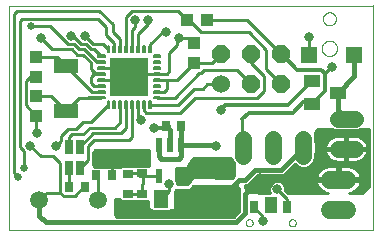
<source format=gtl>
G75*
%MOIN*%
%OFA0B0*%
%FSLAX25Y25*%
%IPPOS*%
%LPD*%
%AMOC8*
5,1,8,0,0,1.08239X$1,22.5*
%
%ADD10C,0.00000*%
%ADD11C,0.05600*%
%ADD12R,0.03937X0.04331*%
%ADD13R,0.04331X0.03937*%
%ADD14R,0.09449X0.05512*%
%ADD15R,0.03543X0.02756*%
%ADD16R,0.05118X0.06299*%
%ADD17C,0.06000*%
%ADD18OC8,0.06000*%
%ADD19R,0.05512X0.05512*%
%ADD20R,0.05512X0.03937*%
%ADD21R,0.02756X0.03543*%
%ADD22C,0.00591*%
%ADD23R,0.12598X0.12598*%
%ADD24R,0.07874X0.05118*%
%ADD25C,0.05937*%
%ADD26C,0.05937*%
%ADD27R,0.02165X0.04724*%
%ADD28R,0.02559X0.04724*%
%ADD29R,0.02756X0.04331*%
%ADD30R,0.04331X0.05512*%
%ADD31C,0.03169*%
%ADD32C,0.01000*%
%ADD33C,0.01200*%
%ADD34C,0.01600*%
%ADD35C,0.02578*%
D10*
X0030649Y0017263D02*
X0030649Y0092177D01*
X0152011Y0092177D01*
X0152011Y0092208D01*
X0152011Y0092177D02*
X0152011Y0017263D01*
X0152011Y0017247D01*
X0152011Y0017263D02*
X0030649Y0017263D01*
X0109471Y0019767D02*
X0109473Y0019836D01*
X0109479Y0019904D01*
X0109489Y0019972D01*
X0109503Y0020039D01*
X0109521Y0020106D01*
X0109542Y0020171D01*
X0109568Y0020235D01*
X0109597Y0020297D01*
X0109629Y0020357D01*
X0109665Y0020416D01*
X0109705Y0020472D01*
X0109747Y0020526D01*
X0109793Y0020577D01*
X0109842Y0020626D01*
X0109893Y0020672D01*
X0109947Y0020714D01*
X0110003Y0020754D01*
X0110061Y0020790D01*
X0110122Y0020822D01*
X0110184Y0020851D01*
X0110248Y0020877D01*
X0110313Y0020898D01*
X0110380Y0020916D01*
X0110447Y0020930D01*
X0110515Y0020940D01*
X0110583Y0020946D01*
X0110652Y0020948D01*
X0110721Y0020946D01*
X0110789Y0020940D01*
X0110857Y0020930D01*
X0110924Y0020916D01*
X0110991Y0020898D01*
X0111056Y0020877D01*
X0111120Y0020851D01*
X0111182Y0020822D01*
X0111242Y0020790D01*
X0111301Y0020754D01*
X0111357Y0020714D01*
X0111411Y0020672D01*
X0111462Y0020626D01*
X0111511Y0020577D01*
X0111557Y0020526D01*
X0111599Y0020472D01*
X0111639Y0020416D01*
X0111675Y0020357D01*
X0111707Y0020297D01*
X0111736Y0020235D01*
X0111762Y0020171D01*
X0111783Y0020106D01*
X0111801Y0020039D01*
X0111815Y0019972D01*
X0111825Y0019904D01*
X0111831Y0019836D01*
X0111833Y0019767D01*
X0111831Y0019698D01*
X0111825Y0019630D01*
X0111815Y0019562D01*
X0111801Y0019495D01*
X0111783Y0019428D01*
X0111762Y0019363D01*
X0111736Y0019299D01*
X0111707Y0019237D01*
X0111675Y0019176D01*
X0111639Y0019118D01*
X0111599Y0019062D01*
X0111557Y0019008D01*
X0111511Y0018957D01*
X0111462Y0018908D01*
X0111411Y0018862D01*
X0111357Y0018820D01*
X0111301Y0018780D01*
X0111243Y0018744D01*
X0111182Y0018712D01*
X0111120Y0018683D01*
X0111056Y0018657D01*
X0110991Y0018636D01*
X0110924Y0018618D01*
X0110857Y0018604D01*
X0110789Y0018594D01*
X0110721Y0018588D01*
X0110652Y0018586D01*
X0110583Y0018588D01*
X0110515Y0018594D01*
X0110447Y0018604D01*
X0110380Y0018618D01*
X0110313Y0018636D01*
X0110248Y0018657D01*
X0110184Y0018683D01*
X0110122Y0018712D01*
X0110061Y0018744D01*
X0110003Y0018780D01*
X0109947Y0018820D01*
X0109893Y0018862D01*
X0109842Y0018908D01*
X0109793Y0018957D01*
X0109747Y0019008D01*
X0109705Y0019062D01*
X0109665Y0019118D01*
X0109629Y0019176D01*
X0109597Y0019237D01*
X0109568Y0019299D01*
X0109542Y0019363D01*
X0109521Y0019428D01*
X0109503Y0019495D01*
X0109489Y0019562D01*
X0109479Y0019630D01*
X0109473Y0019698D01*
X0109471Y0019767D01*
X0123842Y0019767D02*
X0123844Y0019836D01*
X0123850Y0019904D01*
X0123860Y0019972D01*
X0123874Y0020039D01*
X0123892Y0020106D01*
X0123913Y0020171D01*
X0123939Y0020235D01*
X0123968Y0020297D01*
X0124000Y0020357D01*
X0124036Y0020416D01*
X0124076Y0020472D01*
X0124118Y0020526D01*
X0124164Y0020577D01*
X0124213Y0020626D01*
X0124264Y0020672D01*
X0124318Y0020714D01*
X0124374Y0020754D01*
X0124432Y0020790D01*
X0124493Y0020822D01*
X0124555Y0020851D01*
X0124619Y0020877D01*
X0124684Y0020898D01*
X0124751Y0020916D01*
X0124818Y0020930D01*
X0124886Y0020940D01*
X0124954Y0020946D01*
X0125023Y0020948D01*
X0125092Y0020946D01*
X0125160Y0020940D01*
X0125228Y0020930D01*
X0125295Y0020916D01*
X0125362Y0020898D01*
X0125427Y0020877D01*
X0125491Y0020851D01*
X0125553Y0020822D01*
X0125613Y0020790D01*
X0125672Y0020754D01*
X0125728Y0020714D01*
X0125782Y0020672D01*
X0125833Y0020626D01*
X0125882Y0020577D01*
X0125928Y0020526D01*
X0125970Y0020472D01*
X0126010Y0020416D01*
X0126046Y0020357D01*
X0126078Y0020297D01*
X0126107Y0020235D01*
X0126133Y0020171D01*
X0126154Y0020106D01*
X0126172Y0020039D01*
X0126186Y0019972D01*
X0126196Y0019904D01*
X0126202Y0019836D01*
X0126204Y0019767D01*
X0126202Y0019698D01*
X0126196Y0019630D01*
X0126186Y0019562D01*
X0126172Y0019495D01*
X0126154Y0019428D01*
X0126133Y0019363D01*
X0126107Y0019299D01*
X0126078Y0019237D01*
X0126046Y0019176D01*
X0126010Y0019118D01*
X0125970Y0019062D01*
X0125928Y0019008D01*
X0125882Y0018957D01*
X0125833Y0018908D01*
X0125782Y0018862D01*
X0125728Y0018820D01*
X0125672Y0018780D01*
X0125614Y0018744D01*
X0125553Y0018712D01*
X0125491Y0018683D01*
X0125427Y0018657D01*
X0125362Y0018636D01*
X0125295Y0018618D01*
X0125228Y0018604D01*
X0125160Y0018594D01*
X0125092Y0018588D01*
X0125023Y0018586D01*
X0124954Y0018588D01*
X0124886Y0018594D01*
X0124818Y0018604D01*
X0124751Y0018618D01*
X0124684Y0018636D01*
X0124619Y0018657D01*
X0124555Y0018683D01*
X0124493Y0018712D01*
X0124432Y0018744D01*
X0124374Y0018780D01*
X0124318Y0018820D01*
X0124264Y0018862D01*
X0124213Y0018908D01*
X0124164Y0018957D01*
X0124118Y0019008D01*
X0124076Y0019062D01*
X0124036Y0019118D01*
X0124000Y0019176D01*
X0123968Y0019237D01*
X0123939Y0019299D01*
X0123913Y0019363D01*
X0123892Y0019428D01*
X0123874Y0019495D01*
X0123860Y0019562D01*
X0123850Y0019630D01*
X0123844Y0019698D01*
X0123842Y0019767D01*
X0134874Y0077905D02*
X0134876Y0078006D01*
X0134882Y0078107D01*
X0134892Y0078208D01*
X0134906Y0078308D01*
X0134924Y0078407D01*
X0134946Y0078506D01*
X0134971Y0078604D01*
X0135001Y0078701D01*
X0135034Y0078796D01*
X0135071Y0078890D01*
X0135112Y0078983D01*
X0135156Y0079074D01*
X0135204Y0079163D01*
X0135256Y0079250D01*
X0135311Y0079335D01*
X0135369Y0079417D01*
X0135430Y0079498D01*
X0135495Y0079576D01*
X0135562Y0079651D01*
X0135632Y0079723D01*
X0135706Y0079793D01*
X0135782Y0079860D01*
X0135860Y0079924D01*
X0135941Y0079984D01*
X0136024Y0080041D01*
X0136110Y0080095D01*
X0136198Y0080146D01*
X0136287Y0080193D01*
X0136378Y0080237D01*
X0136471Y0080276D01*
X0136566Y0080313D01*
X0136661Y0080345D01*
X0136758Y0080374D01*
X0136857Y0080398D01*
X0136955Y0080419D01*
X0137055Y0080436D01*
X0137155Y0080449D01*
X0137256Y0080458D01*
X0137357Y0080463D01*
X0137458Y0080464D01*
X0137559Y0080461D01*
X0137660Y0080454D01*
X0137761Y0080443D01*
X0137861Y0080428D01*
X0137960Y0080409D01*
X0138059Y0080386D01*
X0138156Y0080360D01*
X0138253Y0080329D01*
X0138348Y0080295D01*
X0138441Y0080257D01*
X0138534Y0080215D01*
X0138624Y0080170D01*
X0138713Y0080121D01*
X0138799Y0080069D01*
X0138883Y0080013D01*
X0138966Y0079954D01*
X0139045Y0079892D01*
X0139123Y0079827D01*
X0139197Y0079759D01*
X0139269Y0079687D01*
X0139338Y0079614D01*
X0139404Y0079537D01*
X0139467Y0079458D01*
X0139527Y0079376D01*
X0139583Y0079292D01*
X0139636Y0079206D01*
X0139686Y0079118D01*
X0139732Y0079028D01*
X0139775Y0078937D01*
X0139814Y0078843D01*
X0139849Y0078748D01*
X0139880Y0078652D01*
X0139908Y0078555D01*
X0139932Y0078457D01*
X0139952Y0078358D01*
X0139968Y0078258D01*
X0139980Y0078157D01*
X0139988Y0078057D01*
X0139992Y0077956D01*
X0139992Y0077854D01*
X0139988Y0077753D01*
X0139980Y0077653D01*
X0139968Y0077552D01*
X0139952Y0077452D01*
X0139932Y0077353D01*
X0139908Y0077255D01*
X0139880Y0077158D01*
X0139849Y0077062D01*
X0139814Y0076967D01*
X0139775Y0076873D01*
X0139732Y0076782D01*
X0139686Y0076692D01*
X0139636Y0076604D01*
X0139583Y0076518D01*
X0139527Y0076434D01*
X0139467Y0076352D01*
X0139404Y0076273D01*
X0139338Y0076196D01*
X0139269Y0076123D01*
X0139197Y0076051D01*
X0139123Y0075983D01*
X0139045Y0075918D01*
X0138966Y0075856D01*
X0138883Y0075797D01*
X0138799Y0075741D01*
X0138712Y0075689D01*
X0138624Y0075640D01*
X0138534Y0075595D01*
X0138441Y0075553D01*
X0138348Y0075515D01*
X0138253Y0075481D01*
X0138156Y0075450D01*
X0138059Y0075424D01*
X0137960Y0075401D01*
X0137861Y0075382D01*
X0137761Y0075367D01*
X0137660Y0075356D01*
X0137559Y0075349D01*
X0137458Y0075346D01*
X0137357Y0075347D01*
X0137256Y0075352D01*
X0137155Y0075361D01*
X0137055Y0075374D01*
X0136955Y0075391D01*
X0136857Y0075412D01*
X0136758Y0075436D01*
X0136661Y0075465D01*
X0136566Y0075497D01*
X0136471Y0075534D01*
X0136378Y0075573D01*
X0136287Y0075617D01*
X0136198Y0075664D01*
X0136110Y0075715D01*
X0136024Y0075769D01*
X0135941Y0075826D01*
X0135860Y0075886D01*
X0135782Y0075950D01*
X0135706Y0076017D01*
X0135632Y0076087D01*
X0135562Y0076159D01*
X0135495Y0076234D01*
X0135430Y0076312D01*
X0135369Y0076393D01*
X0135311Y0076475D01*
X0135256Y0076560D01*
X0135204Y0076647D01*
X0135156Y0076736D01*
X0135112Y0076827D01*
X0135071Y0076920D01*
X0135034Y0077014D01*
X0135001Y0077109D01*
X0134971Y0077206D01*
X0134946Y0077304D01*
X0134924Y0077403D01*
X0134906Y0077502D01*
X0134892Y0077602D01*
X0134882Y0077703D01*
X0134876Y0077804D01*
X0134874Y0077905D01*
X0135268Y0087747D02*
X0135270Y0087840D01*
X0135276Y0087932D01*
X0135286Y0088024D01*
X0135300Y0088115D01*
X0135317Y0088206D01*
X0135339Y0088296D01*
X0135364Y0088385D01*
X0135393Y0088473D01*
X0135426Y0088559D01*
X0135463Y0088644D01*
X0135503Y0088728D01*
X0135547Y0088809D01*
X0135594Y0088889D01*
X0135644Y0088967D01*
X0135698Y0089042D01*
X0135755Y0089115D01*
X0135815Y0089185D01*
X0135878Y0089253D01*
X0135944Y0089318D01*
X0136012Y0089380D01*
X0136083Y0089440D01*
X0136157Y0089496D01*
X0136233Y0089549D01*
X0136311Y0089598D01*
X0136391Y0089645D01*
X0136473Y0089687D01*
X0136557Y0089727D01*
X0136642Y0089762D01*
X0136729Y0089794D01*
X0136817Y0089823D01*
X0136906Y0089847D01*
X0136996Y0089868D01*
X0137087Y0089884D01*
X0137179Y0089897D01*
X0137271Y0089906D01*
X0137364Y0089911D01*
X0137456Y0089912D01*
X0137549Y0089909D01*
X0137641Y0089902D01*
X0137733Y0089891D01*
X0137824Y0089876D01*
X0137915Y0089858D01*
X0138005Y0089835D01*
X0138093Y0089809D01*
X0138181Y0089779D01*
X0138267Y0089745D01*
X0138351Y0089708D01*
X0138434Y0089666D01*
X0138515Y0089622D01*
X0138595Y0089574D01*
X0138672Y0089523D01*
X0138746Y0089468D01*
X0138819Y0089410D01*
X0138889Y0089350D01*
X0138956Y0089286D01*
X0139020Y0089220D01*
X0139082Y0089150D01*
X0139140Y0089079D01*
X0139195Y0089005D01*
X0139247Y0088928D01*
X0139296Y0088849D01*
X0139342Y0088769D01*
X0139384Y0088686D01*
X0139422Y0088602D01*
X0139457Y0088516D01*
X0139488Y0088429D01*
X0139515Y0088341D01*
X0139538Y0088251D01*
X0139558Y0088161D01*
X0139574Y0088070D01*
X0139586Y0087978D01*
X0139594Y0087886D01*
X0139598Y0087793D01*
X0139598Y0087701D01*
X0139594Y0087608D01*
X0139586Y0087516D01*
X0139574Y0087424D01*
X0139558Y0087333D01*
X0139538Y0087243D01*
X0139515Y0087153D01*
X0139488Y0087065D01*
X0139457Y0086978D01*
X0139422Y0086892D01*
X0139384Y0086808D01*
X0139342Y0086725D01*
X0139296Y0086645D01*
X0139247Y0086566D01*
X0139195Y0086489D01*
X0139140Y0086415D01*
X0139082Y0086344D01*
X0139020Y0086274D01*
X0138956Y0086208D01*
X0138889Y0086144D01*
X0138819Y0086084D01*
X0138746Y0086026D01*
X0138672Y0085971D01*
X0138595Y0085920D01*
X0138516Y0085872D01*
X0138434Y0085828D01*
X0138351Y0085786D01*
X0138267Y0085749D01*
X0138181Y0085715D01*
X0138093Y0085685D01*
X0138005Y0085659D01*
X0137915Y0085636D01*
X0137824Y0085618D01*
X0137733Y0085603D01*
X0137641Y0085592D01*
X0137549Y0085585D01*
X0137456Y0085582D01*
X0137364Y0085583D01*
X0137271Y0085588D01*
X0137179Y0085597D01*
X0137087Y0085610D01*
X0136996Y0085626D01*
X0136906Y0085647D01*
X0136817Y0085671D01*
X0136729Y0085700D01*
X0136642Y0085732D01*
X0136557Y0085767D01*
X0136473Y0085807D01*
X0136391Y0085849D01*
X0136311Y0085896D01*
X0136233Y0085945D01*
X0136157Y0085998D01*
X0136083Y0086054D01*
X0136012Y0086114D01*
X0135944Y0086176D01*
X0135878Y0086241D01*
X0135815Y0086309D01*
X0135755Y0086379D01*
X0135698Y0086452D01*
X0135644Y0086527D01*
X0135594Y0086605D01*
X0135547Y0086685D01*
X0135503Y0086766D01*
X0135463Y0086850D01*
X0135426Y0086935D01*
X0135393Y0087021D01*
X0135364Y0087109D01*
X0135339Y0087198D01*
X0135317Y0087288D01*
X0135300Y0087379D01*
X0135286Y0087470D01*
X0135276Y0087562D01*
X0135270Y0087654D01*
X0135268Y0087747D01*
D11*
X0140203Y0054464D02*
X0145803Y0054464D01*
X0145803Y0044464D02*
X0140203Y0044464D01*
X0128759Y0042054D02*
X0128759Y0047654D01*
X0118759Y0047654D02*
X0118759Y0042054D01*
X0108759Y0042054D02*
X0108759Y0047654D01*
D12*
X0092116Y0072933D03*
X0092116Y0079625D03*
X0039759Y0075196D03*
X0039759Y0068503D03*
X0039759Y0062055D03*
X0039759Y0055362D03*
D13*
X0090066Y0087212D03*
X0096759Y0087212D03*
D14*
X0099558Y0038118D03*
X0099558Y0028669D03*
D15*
X0075074Y0029444D03*
X0070184Y0029405D03*
X0075074Y0024326D03*
X0070184Y0024287D03*
X0070267Y0036188D03*
X0074999Y0036244D03*
X0074999Y0041362D03*
X0070267Y0041307D03*
D16*
X0081373Y0027818D03*
X0089247Y0027818D03*
D17*
X0101363Y0065948D03*
D18*
X0111363Y0065948D03*
X0121363Y0065948D03*
X0121363Y0075948D03*
X0111363Y0075948D03*
X0101363Y0075948D03*
D19*
X0130665Y0075870D03*
X0145626Y0075870D03*
D20*
X0131503Y0066921D03*
X0140164Y0063181D03*
X0131503Y0059440D03*
D21*
X0088046Y0051877D03*
X0082928Y0051877D03*
X0064845Y0035555D03*
X0059727Y0035555D03*
X0055790Y0031539D03*
X0050672Y0031539D03*
D22*
X0063448Y0058070D02*
X0064038Y0058070D01*
X0063448Y0058070D02*
X0063448Y0060236D01*
X0064038Y0060236D01*
X0064038Y0058070D01*
X0064038Y0058660D02*
X0063448Y0058660D01*
X0063448Y0059250D02*
X0064038Y0059250D01*
X0064038Y0059840D02*
X0063448Y0059840D01*
X0065417Y0058070D02*
X0066007Y0058070D01*
X0065417Y0058070D02*
X0065417Y0060236D01*
X0066007Y0060236D01*
X0066007Y0058070D01*
X0066007Y0058660D02*
X0065417Y0058660D01*
X0065417Y0059250D02*
X0066007Y0059250D01*
X0066007Y0059840D02*
X0065417Y0059840D01*
X0067385Y0058070D02*
X0067975Y0058070D01*
X0067385Y0058070D02*
X0067385Y0060236D01*
X0067975Y0060236D01*
X0067975Y0058070D01*
X0067975Y0058660D02*
X0067385Y0058660D01*
X0067385Y0059250D02*
X0067975Y0059250D01*
X0067975Y0059840D02*
X0067385Y0059840D01*
X0069354Y0058070D02*
X0069944Y0058070D01*
X0069354Y0058070D02*
X0069354Y0060236D01*
X0069944Y0060236D01*
X0069944Y0058070D01*
X0069944Y0058660D02*
X0069354Y0058660D01*
X0069354Y0059250D02*
X0069944Y0059250D01*
X0069944Y0059840D02*
X0069354Y0059840D01*
X0071322Y0058070D02*
X0071912Y0058070D01*
X0071322Y0058070D02*
X0071322Y0060236D01*
X0071912Y0060236D01*
X0071912Y0058070D01*
X0071912Y0058660D02*
X0071322Y0058660D01*
X0071322Y0059250D02*
X0071912Y0059250D01*
X0071912Y0059840D02*
X0071322Y0059840D01*
X0073291Y0058070D02*
X0073881Y0058070D01*
X0073291Y0058070D02*
X0073291Y0060236D01*
X0073881Y0060236D01*
X0073881Y0058070D01*
X0073881Y0058660D02*
X0073291Y0058660D01*
X0073291Y0059250D02*
X0073881Y0059250D01*
X0073881Y0059840D02*
X0073291Y0059840D01*
X0075259Y0058070D02*
X0075849Y0058070D01*
X0075259Y0058070D02*
X0075259Y0060236D01*
X0075849Y0060236D01*
X0075849Y0058070D01*
X0075849Y0058660D02*
X0075259Y0058660D01*
X0075259Y0059250D02*
X0075849Y0059250D01*
X0075849Y0059840D02*
X0075259Y0059840D01*
X0077228Y0058070D02*
X0077818Y0058070D01*
X0077228Y0058070D02*
X0077228Y0060236D01*
X0077818Y0060236D01*
X0077818Y0058070D01*
X0077818Y0058660D02*
X0077228Y0058660D01*
X0077228Y0059250D02*
X0077818Y0059250D01*
X0077818Y0059840D02*
X0077228Y0059840D01*
X0078802Y0061220D02*
X0080968Y0061220D01*
X0078802Y0061220D02*
X0078802Y0061810D01*
X0080968Y0061810D01*
X0080968Y0061220D01*
X0080968Y0061810D02*
X0078802Y0061810D01*
X0078802Y0063189D02*
X0080968Y0063189D01*
X0078802Y0063189D02*
X0078802Y0063779D01*
X0080968Y0063779D01*
X0080968Y0063189D01*
X0080968Y0063779D02*
X0078802Y0063779D01*
X0078802Y0065157D02*
X0080968Y0065157D01*
X0078802Y0065157D02*
X0078802Y0065747D01*
X0080968Y0065747D01*
X0080968Y0065157D01*
X0080968Y0065747D02*
X0078802Y0065747D01*
X0078802Y0067126D02*
X0080968Y0067126D01*
X0078802Y0067126D02*
X0078802Y0067716D01*
X0080968Y0067716D01*
X0080968Y0067126D01*
X0080968Y0067716D02*
X0078802Y0067716D01*
X0078802Y0069094D02*
X0080968Y0069094D01*
X0078802Y0069094D02*
X0078802Y0069684D01*
X0080968Y0069684D01*
X0080968Y0069094D01*
X0080968Y0069684D02*
X0078802Y0069684D01*
X0078802Y0071063D02*
X0080968Y0071063D01*
X0078802Y0071063D02*
X0078802Y0071653D01*
X0080968Y0071653D01*
X0080968Y0071063D01*
X0080968Y0071653D02*
X0078802Y0071653D01*
X0078802Y0073031D02*
X0080968Y0073031D01*
X0078802Y0073031D02*
X0078802Y0073621D01*
X0080968Y0073621D01*
X0080968Y0073031D01*
X0080968Y0073621D02*
X0078802Y0073621D01*
X0078802Y0075000D02*
X0080968Y0075000D01*
X0078802Y0075000D02*
X0078802Y0075590D01*
X0080968Y0075590D01*
X0080968Y0075000D01*
X0080968Y0075590D02*
X0078802Y0075590D01*
X0077818Y0076574D02*
X0077228Y0076574D01*
X0077228Y0078740D01*
X0077818Y0078740D01*
X0077818Y0076574D01*
X0077818Y0077164D02*
X0077228Y0077164D01*
X0077228Y0077754D02*
X0077818Y0077754D01*
X0077818Y0078344D02*
X0077228Y0078344D01*
X0075849Y0076574D02*
X0075259Y0076574D01*
X0075259Y0078740D01*
X0075849Y0078740D01*
X0075849Y0076574D01*
X0075849Y0077164D02*
X0075259Y0077164D01*
X0075259Y0077754D02*
X0075849Y0077754D01*
X0075849Y0078344D02*
X0075259Y0078344D01*
X0073881Y0076574D02*
X0073291Y0076574D01*
X0073291Y0078740D01*
X0073881Y0078740D01*
X0073881Y0076574D01*
X0073881Y0077164D02*
X0073291Y0077164D01*
X0073291Y0077754D02*
X0073881Y0077754D01*
X0073881Y0078344D02*
X0073291Y0078344D01*
X0071912Y0076574D02*
X0071322Y0076574D01*
X0071322Y0078740D01*
X0071912Y0078740D01*
X0071912Y0076574D01*
X0071912Y0077164D02*
X0071322Y0077164D01*
X0071322Y0077754D02*
X0071912Y0077754D01*
X0071912Y0078344D02*
X0071322Y0078344D01*
X0069944Y0076574D02*
X0069354Y0076574D01*
X0069354Y0078740D01*
X0069944Y0078740D01*
X0069944Y0076574D01*
X0069944Y0077164D02*
X0069354Y0077164D01*
X0069354Y0077754D02*
X0069944Y0077754D01*
X0069944Y0078344D02*
X0069354Y0078344D01*
X0067975Y0076574D02*
X0067385Y0076574D01*
X0067385Y0078740D01*
X0067975Y0078740D01*
X0067975Y0076574D01*
X0067975Y0077164D02*
X0067385Y0077164D01*
X0067385Y0077754D02*
X0067975Y0077754D01*
X0067975Y0078344D02*
X0067385Y0078344D01*
X0066007Y0076574D02*
X0065417Y0076574D01*
X0065417Y0078740D01*
X0066007Y0078740D01*
X0066007Y0076574D01*
X0066007Y0077164D02*
X0065417Y0077164D01*
X0065417Y0077754D02*
X0066007Y0077754D01*
X0066007Y0078344D02*
X0065417Y0078344D01*
X0064038Y0076574D02*
X0063448Y0076574D01*
X0063448Y0078740D01*
X0064038Y0078740D01*
X0064038Y0076574D01*
X0064038Y0077164D02*
X0063448Y0077164D01*
X0063448Y0077754D02*
X0064038Y0077754D01*
X0064038Y0078344D02*
X0063448Y0078344D01*
X0062464Y0075000D02*
X0060298Y0075000D01*
X0060298Y0075590D01*
X0062464Y0075590D01*
X0062464Y0075000D01*
X0062464Y0075590D02*
X0060298Y0075590D01*
X0060298Y0073031D02*
X0062464Y0073031D01*
X0060298Y0073031D02*
X0060298Y0073621D01*
X0062464Y0073621D01*
X0062464Y0073031D01*
X0062464Y0073621D02*
X0060298Y0073621D01*
X0060298Y0071063D02*
X0062464Y0071063D01*
X0060298Y0071063D02*
X0060298Y0071653D01*
X0062464Y0071653D01*
X0062464Y0071063D01*
X0062464Y0071653D02*
X0060298Y0071653D01*
X0060298Y0069094D02*
X0062464Y0069094D01*
X0060298Y0069094D02*
X0060298Y0069684D01*
X0062464Y0069684D01*
X0062464Y0069094D01*
X0062464Y0069684D02*
X0060298Y0069684D01*
X0060298Y0067126D02*
X0062464Y0067126D01*
X0060298Y0067126D02*
X0060298Y0067716D01*
X0062464Y0067716D01*
X0062464Y0067126D01*
X0062464Y0067716D02*
X0060298Y0067716D01*
X0060298Y0065157D02*
X0062464Y0065157D01*
X0060298Y0065157D02*
X0060298Y0065747D01*
X0062464Y0065747D01*
X0062464Y0065157D01*
X0062464Y0065747D02*
X0060298Y0065747D01*
X0060298Y0063189D02*
X0062464Y0063189D01*
X0060298Y0063189D02*
X0060298Y0063779D01*
X0062464Y0063779D01*
X0062464Y0063189D01*
X0062464Y0063779D02*
X0060298Y0063779D01*
X0060298Y0061220D02*
X0062464Y0061220D01*
X0060298Y0061220D02*
X0060298Y0061810D01*
X0062464Y0061810D01*
X0062464Y0061220D01*
X0062464Y0061810D02*
X0060298Y0061810D01*
D23*
X0070633Y0068405D03*
D24*
X0049578Y0072102D03*
X0049578Y0057141D03*
D25*
X0137463Y0034165D02*
X0143400Y0034165D01*
X0143400Y0024165D02*
X0137463Y0024165D01*
D26*
X0060436Y0027247D03*
X0040751Y0027247D03*
D27*
X0080475Y0035476D03*
X0087956Y0035476D03*
X0087956Y0045712D03*
X0084215Y0045712D03*
X0080475Y0045712D03*
D28*
X0054196Y0045161D03*
X0050456Y0045161D03*
X0050456Y0038074D03*
X0054196Y0038074D03*
D29*
X0112286Y0024885D03*
X0123310Y0025082D03*
D30*
X0117837Y0025870D03*
D31*
X0120082Y0030948D03*
X0114318Y0034539D03*
X0099633Y0045405D03*
X0101133Y0057405D03*
X0078786Y0051314D03*
X0074633Y0053905D03*
X0061818Y0041984D03*
X0046302Y0045279D03*
X0040046Y0049543D03*
X0037641Y0045436D03*
X0041420Y0081342D03*
X0051420Y0082090D03*
X0055790Y0082051D03*
X0072633Y0087405D03*
X0076971Y0087444D03*
X0082928Y0083535D03*
X0087133Y0081405D03*
X0130515Y0081736D03*
X0138196Y0071708D03*
X0083987Y0032610D03*
X0115400Y0020527D03*
D32*
X0115400Y0021771D01*
X0112286Y0024885D01*
X0107355Y0024395D02*
X0085897Y0024395D01*
X0085897Y0024133D02*
X0085200Y0023909D01*
X0084730Y0023911D01*
X0084388Y0023569D01*
X0078358Y0023569D01*
X0077981Y0023946D01*
X0077538Y0023948D01*
X0076999Y0024606D01*
X0077038Y0026966D01*
X0072846Y0026966D01*
X0072649Y0027164D01*
X0072411Y0026927D01*
X0067957Y0026927D01*
X0067315Y0027569D01*
X0065790Y0027574D01*
X0065869Y0022310D01*
X0066475Y0021785D01*
X0105476Y0021785D01*
X0107355Y0023664D01*
X0107355Y0028681D01*
X0107334Y0031169D01*
X0106597Y0032023D01*
X0092936Y0032062D01*
X0091873Y0032043D01*
X0090873Y0030767D01*
X0086121Y0030688D01*
X0085897Y0030464D01*
X0085897Y0024133D01*
X0085897Y0025393D02*
X0107355Y0025393D01*
X0107355Y0026392D02*
X0085897Y0026392D01*
X0085897Y0027390D02*
X0107355Y0027390D01*
X0107355Y0028389D02*
X0085897Y0028389D01*
X0085897Y0029387D02*
X0107349Y0029387D01*
X0107340Y0030386D02*
X0085897Y0030386D01*
X0083987Y0030433D02*
X0083987Y0032610D01*
X0083987Y0030433D02*
X0081373Y0027818D01*
X0080428Y0029405D01*
X0080979Y0028381D02*
X0081373Y0027818D01*
X0077028Y0026392D02*
X0065808Y0026392D01*
X0065793Y0027390D02*
X0067494Y0027390D01*
X0065823Y0025393D02*
X0077012Y0025393D01*
X0077172Y0024395D02*
X0065838Y0024395D01*
X0065853Y0023396D02*
X0107086Y0023396D01*
X0106088Y0022398D02*
X0065868Y0022398D01*
X0060436Y0027247D02*
X0060436Y0034846D01*
X0060434Y0034897D01*
X0060429Y0034947D01*
X0060420Y0034997D01*
X0060407Y0035046D01*
X0060391Y0035094D01*
X0060372Y0035141D01*
X0060349Y0035186D01*
X0060323Y0035229D01*
X0060295Y0035271D01*
X0060263Y0035310D01*
X0060228Y0035347D01*
X0060191Y0035382D01*
X0060152Y0035414D01*
X0060110Y0035442D01*
X0060067Y0035468D01*
X0060022Y0035491D01*
X0059975Y0035510D01*
X0059927Y0035526D01*
X0059878Y0035539D01*
X0059828Y0035548D01*
X0059778Y0035553D01*
X0059727Y0035555D01*
X0061649Y0038338D02*
X0061561Y0038426D01*
X0059140Y0038426D01*
X0058676Y0038893D01*
X0058519Y0043129D01*
X0059334Y0043984D01*
X0077393Y0043984D01*
X0077393Y0038555D01*
X0077226Y0038721D01*
X0072772Y0038721D01*
X0072605Y0038555D01*
X0072494Y0038666D01*
X0068039Y0038666D01*
X0067778Y0038405D01*
X0065633Y0038405D01*
X0061649Y0038338D01*
X0061613Y0038374D02*
X0063761Y0038374D01*
X0064845Y0040673D02*
X0064845Y0035555D01*
X0070267Y0036188D02*
X0070268Y0036200D01*
X0070272Y0036212D01*
X0070279Y0036222D01*
X0070288Y0036231D01*
X0070298Y0036238D01*
X0070310Y0036242D01*
X0070322Y0036243D01*
X0070322Y0036244D02*
X0074999Y0036244D01*
X0075113Y0035893D01*
X0075074Y0029444D01*
X0070184Y0029405D01*
X0074105Y0035405D02*
X0080404Y0035405D01*
X0080475Y0035476D01*
X0077393Y0039372D02*
X0058658Y0039372D01*
X0058621Y0040371D02*
X0077393Y0040371D01*
X0077393Y0041369D02*
X0058584Y0041369D01*
X0058547Y0042368D02*
X0077393Y0042368D01*
X0077393Y0043366D02*
X0058745Y0043366D01*
X0056893Y0045436D02*
X0056893Y0040771D01*
X0054196Y0038074D01*
X0050672Y0037858D02*
X0050672Y0031539D01*
X0048839Y0028667D02*
X0047636Y0029870D01*
X0043373Y0029870D01*
X0040751Y0027247D01*
X0047636Y0029870D02*
X0047636Y0039765D01*
X0045441Y0041959D01*
X0041118Y0041959D01*
X0037641Y0045436D01*
X0035666Y0043553D02*
X0035666Y0038126D01*
X0033546Y0035200D02*
X0032326Y0036421D01*
X0032326Y0089531D01*
X0033231Y0090436D01*
X0060593Y0090436D01*
X0065133Y0085897D01*
X0065133Y0083405D01*
X0067633Y0080905D01*
X0067633Y0077704D01*
X0067680Y0077657D01*
X0065712Y0077657D02*
X0065712Y0079610D01*
X0063034Y0082287D01*
X0063034Y0085082D01*
X0060318Y0087799D01*
X0035082Y0087799D01*
X0034255Y0086972D01*
X0034255Y0044964D01*
X0035666Y0043553D01*
X0040046Y0049543D02*
X0039759Y0049830D01*
X0039759Y0055362D01*
X0036223Y0058897D01*
X0036223Y0067129D01*
X0037597Y0068503D01*
X0039759Y0068503D01*
X0039759Y0062055D02*
X0044664Y0062055D01*
X0049578Y0057141D01*
X0053952Y0061515D01*
X0057180Y0061515D01*
X0058196Y0063484D02*
X0049578Y0072102D01*
X0046483Y0075196D01*
X0039759Y0075196D01*
X0045003Y0077759D02*
X0041420Y0081342D01*
X0044356Y0085358D02*
X0037838Y0085358D01*
X0044356Y0085358D02*
X0050308Y0079406D01*
X0052376Y0079406D01*
X0054016Y0077766D01*
X0055549Y0077766D01*
X0059989Y0073326D01*
X0061381Y0073326D01*
X0061381Y0075295D02*
X0058960Y0077715D01*
X0057863Y0077715D01*
X0056212Y0079366D01*
X0054678Y0079366D01*
X0051955Y0082090D01*
X0051420Y0082090D01*
X0055790Y0082051D02*
X0058525Y0079315D01*
X0062084Y0079315D01*
X0063743Y0077657D01*
X0069649Y0077657D02*
X0069649Y0088421D01*
X0071633Y0090405D01*
X0086873Y0090405D01*
X0090066Y0087212D01*
X0090629Y0087212D01*
X0094609Y0083232D01*
X0110515Y0083232D01*
X0116381Y0077366D01*
X0116381Y0070930D01*
X0121363Y0065948D01*
X0115633Y0063605D02*
X0115633Y0068805D01*
X0111433Y0073005D01*
X0111433Y0075878D01*
X0111363Y0075948D01*
X0106706Y0070605D02*
X0095478Y0070605D01*
X0094540Y0069667D01*
X0094095Y0069667D01*
X0085943Y0061515D01*
X0079885Y0061515D01*
X0079885Y0063484D02*
X0082212Y0063484D01*
X0083133Y0064405D01*
X0083133Y0067405D01*
X0083149Y0067421D01*
X0086604Y0067421D01*
X0092116Y0072933D01*
X0098347Y0072933D01*
X0101363Y0075948D01*
X0106706Y0070605D02*
X0111363Y0065948D01*
X0115633Y0063605D02*
X0113433Y0061405D01*
X0092633Y0061405D01*
X0087633Y0056405D01*
X0076433Y0056405D01*
X0075554Y0057284D01*
X0075554Y0059153D01*
X0073586Y0059153D02*
X0073586Y0054952D01*
X0074633Y0053905D01*
X0069649Y0051381D02*
X0067916Y0049649D01*
X0058684Y0049649D01*
X0054196Y0045161D01*
X0056893Y0045436D02*
X0058940Y0047484D01*
X0070712Y0047484D01*
X0071617Y0048389D01*
X0071617Y0059153D01*
X0069649Y0059153D02*
X0069649Y0051381D01*
X0067680Y0053232D02*
X0065948Y0051499D01*
X0057601Y0051499D01*
X0055357Y0049255D01*
X0051578Y0049255D01*
X0050593Y0048271D01*
X0050593Y0045299D01*
X0050456Y0045161D01*
X0048076Y0047053D02*
X0048076Y0048737D01*
X0050445Y0051106D01*
X0053074Y0051106D01*
X0055200Y0053232D01*
X0057822Y0053232D01*
X0063743Y0059153D01*
X0067680Y0059153D02*
X0067680Y0053232D01*
X0077523Y0059153D02*
X0086881Y0059153D01*
X0092133Y0064405D01*
X0095133Y0064405D01*
X0096676Y0065948D01*
X0101363Y0065948D01*
X0108365Y0054232D02*
X0108365Y0045247D01*
X0108759Y0044854D01*
X0105028Y0040869D02*
X0104471Y0041366D01*
X0095404Y0041444D01*
X0092267Y0041338D01*
X0091046Y0040047D01*
X0089975Y0038031D01*
X0086515Y0037992D01*
X0086251Y0037964D01*
X0086189Y0034204D01*
X0086263Y0034130D01*
X0086671Y0033144D01*
X0086671Y0032825D01*
X0086751Y0032767D01*
X0089830Y0032846D01*
X0090960Y0033858D01*
X0092023Y0034901D01*
X0093444Y0034905D01*
X0104904Y0034826D01*
X0105523Y0035366D01*
X0105557Y0039740D01*
X0105452Y0039845D01*
X0105028Y0040869D01*
X0105235Y0040371D02*
X0091352Y0040371D01*
X0090688Y0039372D02*
X0105554Y0039372D01*
X0105546Y0038374D02*
X0090157Y0038374D01*
X0086241Y0037375D02*
X0105538Y0037375D01*
X0105530Y0036377D02*
X0086225Y0036377D01*
X0086208Y0035378D02*
X0105523Y0035378D01*
X0109445Y0032277D02*
X0110120Y0032277D01*
X0113466Y0035623D01*
X0122215Y0035623D01*
X0125945Y0039353D01*
X0126550Y0038748D01*
X0127983Y0038154D01*
X0129535Y0038154D01*
X0130968Y0038748D01*
X0132065Y0039845D01*
X0132659Y0041278D01*
X0132659Y0042905D01*
X0133074Y0042917D01*
X0132759Y0050043D01*
X0133664Y0050988D01*
X0138404Y0050988D01*
X0139427Y0050564D01*
X0146579Y0050564D01*
X0147601Y0050988D01*
X0150511Y0050988D01*
X0150511Y0031850D01*
X0148349Y0029688D01*
X0143846Y0029711D01*
X0144447Y0029806D01*
X0145116Y0030024D01*
X0145742Y0030343D01*
X0146312Y0030756D01*
X0146809Y0031254D01*
X0147222Y0031823D01*
X0147542Y0032449D01*
X0147759Y0033118D01*
X0147848Y0033681D01*
X0140916Y0033681D01*
X0140916Y0034649D01*
X0139948Y0034649D01*
X0139948Y0038633D01*
X0137112Y0038633D01*
X0136417Y0038523D01*
X0135748Y0038306D01*
X0135121Y0037987D01*
X0134552Y0037573D01*
X0134055Y0037076D01*
X0133642Y0036507D01*
X0133322Y0035880D01*
X0133105Y0035211D01*
X0133016Y0034649D01*
X0139948Y0034649D01*
X0139948Y0033681D01*
X0133016Y0033681D01*
X0133105Y0033118D01*
X0133322Y0032449D01*
X0133642Y0031823D01*
X0134055Y0031254D01*
X0134552Y0030756D01*
X0135121Y0030343D01*
X0135748Y0030024D01*
X0136417Y0029806D01*
X0136792Y0029747D01*
X0123478Y0029814D01*
X0122766Y0030527D01*
X0122766Y0031482D01*
X0122357Y0032469D01*
X0121602Y0033224D01*
X0120616Y0033633D01*
X0119548Y0033633D01*
X0118561Y0033224D01*
X0117806Y0032469D01*
X0117397Y0031482D01*
X0117397Y0030414D01*
X0117634Y0029844D01*
X0109491Y0029885D01*
X0109445Y0032277D01*
X0110226Y0032383D02*
X0117770Y0032383D01*
X0117397Y0031384D02*
X0109462Y0031384D01*
X0109481Y0030386D02*
X0117409Y0030386D01*
X0120082Y0030948D02*
X0123310Y0027720D01*
X0123310Y0025082D01*
X0122907Y0030386D02*
X0135063Y0030386D01*
X0133960Y0031384D02*
X0122766Y0031384D01*
X0122393Y0032383D02*
X0133356Y0032383D01*
X0133063Y0033381D02*
X0121222Y0033381D01*
X0118941Y0033381D02*
X0111224Y0033381D01*
X0112223Y0034380D02*
X0139948Y0034380D01*
X0140916Y0034380D02*
X0150511Y0034380D01*
X0150511Y0035378D02*
X0147705Y0035378D01*
X0147759Y0035211D02*
X0147542Y0035880D01*
X0147222Y0036507D01*
X0146809Y0037076D01*
X0146312Y0037573D01*
X0145742Y0037987D01*
X0145116Y0038306D01*
X0144447Y0038523D01*
X0143752Y0038633D01*
X0140916Y0038633D01*
X0140916Y0034649D01*
X0147848Y0034649D01*
X0147759Y0035211D01*
X0147289Y0036377D02*
X0150511Y0036377D01*
X0150511Y0037375D02*
X0146510Y0037375D01*
X0144907Y0038374D02*
X0150511Y0038374D01*
X0150511Y0039372D02*
X0131593Y0039372D01*
X0132283Y0040371D02*
X0138886Y0040371D01*
X0139196Y0040270D02*
X0138552Y0040479D01*
X0137949Y0040786D01*
X0137402Y0041184D01*
X0136923Y0041663D01*
X0136525Y0042210D01*
X0136218Y0042813D01*
X0136009Y0043457D01*
X0135913Y0044064D01*
X0142603Y0044064D01*
X0143403Y0044064D01*
X0143403Y0044864D01*
X0150093Y0044864D01*
X0149997Y0045471D01*
X0149788Y0046115D01*
X0149481Y0046718D01*
X0149083Y0047265D01*
X0148604Y0047744D01*
X0148057Y0048142D01*
X0147453Y0048449D01*
X0146810Y0048658D01*
X0146141Y0048764D01*
X0143403Y0048764D01*
X0143403Y0044864D01*
X0142603Y0044864D01*
X0142603Y0048764D01*
X0139864Y0048764D01*
X0139196Y0048658D01*
X0138552Y0048449D01*
X0137949Y0048142D01*
X0137402Y0047744D01*
X0136923Y0047265D01*
X0136525Y0046718D01*
X0136218Y0046115D01*
X0136009Y0045471D01*
X0135913Y0044864D01*
X0142603Y0044864D01*
X0142603Y0044064D01*
X0142603Y0040164D01*
X0139864Y0040164D01*
X0139196Y0040270D01*
X0139948Y0038374D02*
X0140916Y0038374D01*
X0140916Y0037375D02*
X0139948Y0037375D01*
X0139948Y0036377D02*
X0140916Y0036377D01*
X0140916Y0035378D02*
X0139948Y0035378D01*
X0135957Y0038374D02*
X0130065Y0038374D01*
X0127452Y0038374D02*
X0124966Y0038374D01*
X0123967Y0037375D02*
X0134354Y0037375D01*
X0133575Y0036377D02*
X0122969Y0036377D01*
X0113221Y0035378D02*
X0133159Y0035378D01*
X0132659Y0041369D02*
X0137217Y0041369D01*
X0136445Y0042368D02*
X0132659Y0042368D01*
X0133054Y0043366D02*
X0136038Y0043366D01*
X0135992Y0045363D02*
X0132966Y0045363D01*
X0133010Y0044365D02*
X0142603Y0044365D01*
X0143403Y0044365D02*
X0150511Y0044365D01*
X0150093Y0044064D02*
X0149997Y0043457D01*
X0149788Y0042813D01*
X0149481Y0042210D01*
X0149083Y0041663D01*
X0148604Y0041184D01*
X0148057Y0040786D01*
X0147453Y0040479D01*
X0146810Y0040270D01*
X0146141Y0040164D01*
X0143403Y0040164D01*
X0143403Y0044064D01*
X0150093Y0044064D01*
X0149967Y0043366D02*
X0150511Y0043366D01*
X0150511Y0042368D02*
X0149561Y0042368D01*
X0148789Y0041369D02*
X0150511Y0041369D01*
X0150511Y0040371D02*
X0147120Y0040371D01*
X0143403Y0040371D02*
X0142603Y0040371D01*
X0142603Y0041369D02*
X0143403Y0041369D01*
X0143403Y0042368D02*
X0142603Y0042368D01*
X0142603Y0043366D02*
X0143403Y0043366D01*
X0143403Y0045363D02*
X0142603Y0045363D01*
X0142603Y0046362D02*
X0143403Y0046362D01*
X0143403Y0047360D02*
X0142603Y0047360D01*
X0142603Y0048359D02*
X0143403Y0048359D01*
X0147630Y0048359D02*
X0150511Y0048359D01*
X0150511Y0049357D02*
X0132789Y0049357D01*
X0132833Y0048359D02*
X0138375Y0048359D01*
X0137018Y0047360D02*
X0132877Y0047360D01*
X0132921Y0046362D02*
X0136344Y0046362D01*
X0133059Y0050356D02*
X0150511Y0050356D01*
X0150511Y0047360D02*
X0148988Y0047360D01*
X0149662Y0046362D02*
X0150511Y0046362D01*
X0150511Y0045363D02*
X0150014Y0045363D01*
X0150511Y0033381D02*
X0147801Y0033381D01*
X0147508Y0032383D02*
X0150511Y0032383D01*
X0150045Y0031384D02*
X0146904Y0031384D01*
X0145801Y0030386D02*
X0149046Y0030386D01*
X0107148Y0031384D02*
X0091357Y0031384D01*
X0090427Y0033381D02*
X0086573Y0033381D01*
X0086192Y0034380D02*
X0091491Y0034380D01*
X0093188Y0041369D02*
X0104052Y0041369D01*
X0074999Y0041362D02*
X0070290Y0041047D01*
X0070267Y0041307D01*
X0070101Y0041236D01*
X0073834Y0035677D02*
X0074999Y0036244D01*
X0074105Y0035405D01*
X0061818Y0041984D02*
X0061775Y0041940D01*
X0050672Y0037858D02*
X0050456Y0038074D01*
X0055377Y0031539D02*
X0052506Y0028667D01*
X0048839Y0028667D01*
X0055377Y0031539D02*
X0055790Y0031539D01*
X0046302Y0045279D02*
X0048076Y0047053D01*
X0058196Y0063484D02*
X0061381Y0063484D01*
X0061381Y0065452D02*
X0058786Y0065452D01*
X0058033Y0066205D01*
X0058033Y0068373D01*
X0059049Y0069389D01*
X0059593Y0069389D02*
X0061381Y0069389D01*
X0059593Y0069389D02*
X0057837Y0071145D01*
X0057837Y0073215D01*
X0055222Y0075830D01*
X0053389Y0075830D01*
X0051460Y0077759D01*
X0045003Y0077759D01*
X0061381Y0071358D02*
X0067680Y0071358D01*
X0070633Y0068405D01*
X0071617Y0069389D01*
X0079885Y0069389D01*
X0083217Y0069389D01*
X0084033Y0070205D01*
X0084033Y0076305D01*
X0086633Y0078905D01*
X0086633Y0080905D01*
X0087133Y0081405D01*
X0090337Y0081405D01*
X0092116Y0079625D01*
X0082928Y0083535D02*
X0081786Y0083535D01*
X0077523Y0079271D01*
X0077523Y0077657D01*
X0073586Y0077657D02*
X0073586Y0082641D01*
X0076971Y0086027D01*
X0076971Y0087444D01*
X0072633Y0087405D02*
X0072633Y0084905D01*
X0071633Y0083905D01*
X0071633Y0077673D01*
X0071617Y0077657D01*
X0070633Y0068405D02*
X0069649Y0067421D01*
X0061381Y0067421D01*
X0079885Y0067421D02*
X0083149Y0067421D01*
X0090066Y0087212D02*
X0089873Y0087405D01*
X0096759Y0087212D02*
X0110099Y0087212D01*
X0121363Y0075948D01*
X0130515Y0076021D02*
X0130665Y0075870D01*
X0130515Y0076021D02*
X0130515Y0081736D01*
D33*
X0121538Y0075948D02*
X0126656Y0070830D01*
X0134767Y0070830D01*
X0135869Y0069728D01*
X0135869Y0069381D01*
X0138196Y0071708D01*
X0135869Y0069381D02*
X0135869Y0063807D01*
X0131503Y0059440D01*
X0131058Y0059885D01*
X0128507Y0059885D01*
X0125121Y0056499D01*
X0110633Y0056499D01*
X0108365Y0054232D01*
X0102633Y0058905D02*
X0123487Y0058905D01*
X0131503Y0066921D01*
X0131503Y0059440D02*
X0131511Y0059440D01*
X0121538Y0075948D02*
X0121363Y0075948D01*
X0102633Y0058905D02*
X0101133Y0057405D01*
X0082928Y0051877D02*
X0082365Y0051314D01*
X0078786Y0051314D01*
X0061381Y0061515D02*
X0057180Y0061515D01*
X0059049Y0069389D02*
X0061381Y0069389D01*
D34*
X0082928Y0051877D02*
X0084215Y0050590D01*
X0084215Y0045712D01*
X0087956Y0045712D02*
X0099326Y0045712D01*
X0099633Y0045405D01*
X0087956Y0045712D02*
X0087956Y0041893D01*
X0087129Y0041066D01*
X0081302Y0041066D01*
X0080475Y0041893D01*
X0080475Y0045712D01*
X0083389Y0051417D02*
X0082928Y0051877D01*
X0083586Y0051877D01*
X0087956Y0051787D02*
X0088046Y0051877D01*
X0088271Y0051653D01*
X0087956Y0051787D02*
X0087956Y0045712D01*
X0101818Y0028590D02*
X0107404Y0034177D01*
X0109333Y0034177D01*
X0112679Y0037523D01*
X0121428Y0037523D01*
X0128759Y0044854D01*
X0140164Y0057303D02*
X0143003Y0054464D01*
X0140164Y0057303D02*
X0140164Y0063181D01*
X0145626Y0068642D01*
X0145626Y0075870D01*
X0114318Y0034539D02*
X0112806Y0034539D01*
X0114318Y0034539D02*
X0109255Y0029476D01*
X0109255Y0022877D01*
X0106263Y0019885D01*
X0042956Y0019885D01*
X0040751Y0022090D01*
X0040751Y0027247D01*
X0099404Y0027681D02*
X0099558Y0028669D01*
X0101818Y0028590D01*
D35*
X0035666Y0038126D03*
X0033546Y0035200D03*
X0037838Y0085358D03*
M02*

</source>
